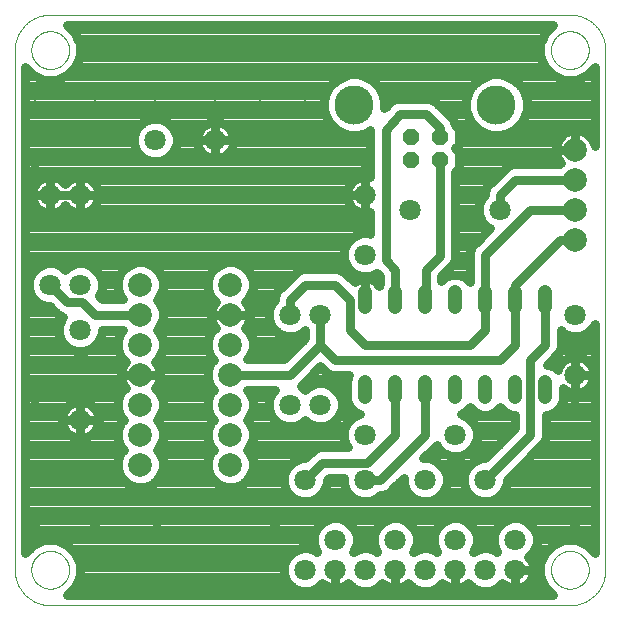
<source format=gbl>
G75*
%MOIN*%
%OFA0B0*%
%FSLAX25Y25*%
%IPPOS*%
%LPD*%
%AMOC8*
5,1,8,0,0,1.08239X$1,22.5*
%
%ADD10C,0.00000*%
%ADD11C,0.07087*%
%ADD12C,0.07874*%
%ADD13C,0.04800*%
%ADD14OC8,0.05610*%
%ADD15C,0.13055*%
%ADD16C,0.03150*%
%ADD17C,0.03150*%
D10*
X0005724Y0017535D02*
X0005724Y0190764D01*
X0011236Y0190764D02*
X0011238Y0190922D01*
X0011244Y0191080D01*
X0011254Y0191238D01*
X0011268Y0191396D01*
X0011286Y0191553D01*
X0011307Y0191710D01*
X0011333Y0191866D01*
X0011363Y0192022D01*
X0011396Y0192177D01*
X0011434Y0192330D01*
X0011475Y0192483D01*
X0011520Y0192635D01*
X0011569Y0192786D01*
X0011622Y0192935D01*
X0011678Y0193083D01*
X0011738Y0193229D01*
X0011802Y0193374D01*
X0011870Y0193517D01*
X0011941Y0193659D01*
X0012015Y0193799D01*
X0012093Y0193936D01*
X0012175Y0194072D01*
X0012259Y0194206D01*
X0012348Y0194337D01*
X0012439Y0194466D01*
X0012534Y0194593D01*
X0012631Y0194718D01*
X0012732Y0194840D01*
X0012836Y0194959D01*
X0012943Y0195076D01*
X0013053Y0195190D01*
X0013166Y0195301D01*
X0013281Y0195410D01*
X0013399Y0195515D01*
X0013520Y0195617D01*
X0013643Y0195717D01*
X0013769Y0195813D01*
X0013897Y0195906D01*
X0014027Y0195996D01*
X0014160Y0196082D01*
X0014295Y0196166D01*
X0014431Y0196245D01*
X0014570Y0196322D01*
X0014711Y0196394D01*
X0014853Y0196464D01*
X0014997Y0196529D01*
X0015143Y0196591D01*
X0015290Y0196649D01*
X0015439Y0196704D01*
X0015589Y0196755D01*
X0015740Y0196802D01*
X0015892Y0196845D01*
X0016045Y0196884D01*
X0016200Y0196920D01*
X0016355Y0196951D01*
X0016511Y0196979D01*
X0016667Y0197003D01*
X0016824Y0197023D01*
X0016982Y0197039D01*
X0017139Y0197051D01*
X0017298Y0197059D01*
X0017456Y0197063D01*
X0017614Y0197063D01*
X0017772Y0197059D01*
X0017931Y0197051D01*
X0018088Y0197039D01*
X0018246Y0197023D01*
X0018403Y0197003D01*
X0018559Y0196979D01*
X0018715Y0196951D01*
X0018870Y0196920D01*
X0019025Y0196884D01*
X0019178Y0196845D01*
X0019330Y0196802D01*
X0019481Y0196755D01*
X0019631Y0196704D01*
X0019780Y0196649D01*
X0019927Y0196591D01*
X0020073Y0196529D01*
X0020217Y0196464D01*
X0020359Y0196394D01*
X0020500Y0196322D01*
X0020639Y0196245D01*
X0020775Y0196166D01*
X0020910Y0196082D01*
X0021043Y0195996D01*
X0021173Y0195906D01*
X0021301Y0195813D01*
X0021427Y0195717D01*
X0021550Y0195617D01*
X0021671Y0195515D01*
X0021789Y0195410D01*
X0021904Y0195301D01*
X0022017Y0195190D01*
X0022127Y0195076D01*
X0022234Y0194959D01*
X0022338Y0194840D01*
X0022439Y0194718D01*
X0022536Y0194593D01*
X0022631Y0194466D01*
X0022722Y0194337D01*
X0022811Y0194206D01*
X0022895Y0194072D01*
X0022977Y0193936D01*
X0023055Y0193799D01*
X0023129Y0193659D01*
X0023200Y0193517D01*
X0023268Y0193374D01*
X0023332Y0193229D01*
X0023392Y0193083D01*
X0023448Y0192935D01*
X0023501Y0192786D01*
X0023550Y0192635D01*
X0023595Y0192483D01*
X0023636Y0192330D01*
X0023674Y0192177D01*
X0023707Y0192022D01*
X0023737Y0191866D01*
X0023763Y0191710D01*
X0023784Y0191553D01*
X0023802Y0191396D01*
X0023816Y0191238D01*
X0023826Y0191080D01*
X0023832Y0190922D01*
X0023834Y0190764D01*
X0023832Y0190606D01*
X0023826Y0190448D01*
X0023816Y0190290D01*
X0023802Y0190132D01*
X0023784Y0189975D01*
X0023763Y0189818D01*
X0023737Y0189662D01*
X0023707Y0189506D01*
X0023674Y0189351D01*
X0023636Y0189198D01*
X0023595Y0189045D01*
X0023550Y0188893D01*
X0023501Y0188742D01*
X0023448Y0188593D01*
X0023392Y0188445D01*
X0023332Y0188299D01*
X0023268Y0188154D01*
X0023200Y0188011D01*
X0023129Y0187869D01*
X0023055Y0187729D01*
X0022977Y0187592D01*
X0022895Y0187456D01*
X0022811Y0187322D01*
X0022722Y0187191D01*
X0022631Y0187062D01*
X0022536Y0186935D01*
X0022439Y0186810D01*
X0022338Y0186688D01*
X0022234Y0186569D01*
X0022127Y0186452D01*
X0022017Y0186338D01*
X0021904Y0186227D01*
X0021789Y0186118D01*
X0021671Y0186013D01*
X0021550Y0185911D01*
X0021427Y0185811D01*
X0021301Y0185715D01*
X0021173Y0185622D01*
X0021043Y0185532D01*
X0020910Y0185446D01*
X0020775Y0185362D01*
X0020639Y0185283D01*
X0020500Y0185206D01*
X0020359Y0185134D01*
X0020217Y0185064D01*
X0020073Y0184999D01*
X0019927Y0184937D01*
X0019780Y0184879D01*
X0019631Y0184824D01*
X0019481Y0184773D01*
X0019330Y0184726D01*
X0019178Y0184683D01*
X0019025Y0184644D01*
X0018870Y0184608D01*
X0018715Y0184577D01*
X0018559Y0184549D01*
X0018403Y0184525D01*
X0018246Y0184505D01*
X0018088Y0184489D01*
X0017931Y0184477D01*
X0017772Y0184469D01*
X0017614Y0184465D01*
X0017456Y0184465D01*
X0017298Y0184469D01*
X0017139Y0184477D01*
X0016982Y0184489D01*
X0016824Y0184505D01*
X0016667Y0184525D01*
X0016511Y0184549D01*
X0016355Y0184577D01*
X0016200Y0184608D01*
X0016045Y0184644D01*
X0015892Y0184683D01*
X0015740Y0184726D01*
X0015589Y0184773D01*
X0015439Y0184824D01*
X0015290Y0184879D01*
X0015143Y0184937D01*
X0014997Y0184999D01*
X0014853Y0185064D01*
X0014711Y0185134D01*
X0014570Y0185206D01*
X0014431Y0185283D01*
X0014295Y0185362D01*
X0014160Y0185446D01*
X0014027Y0185532D01*
X0013897Y0185622D01*
X0013769Y0185715D01*
X0013643Y0185811D01*
X0013520Y0185911D01*
X0013399Y0186013D01*
X0013281Y0186118D01*
X0013166Y0186227D01*
X0013053Y0186338D01*
X0012943Y0186452D01*
X0012836Y0186569D01*
X0012732Y0186688D01*
X0012631Y0186810D01*
X0012534Y0186935D01*
X0012439Y0187062D01*
X0012348Y0187191D01*
X0012259Y0187322D01*
X0012175Y0187456D01*
X0012093Y0187592D01*
X0012015Y0187729D01*
X0011941Y0187869D01*
X0011870Y0188011D01*
X0011802Y0188154D01*
X0011738Y0188299D01*
X0011678Y0188445D01*
X0011622Y0188593D01*
X0011569Y0188742D01*
X0011520Y0188893D01*
X0011475Y0189045D01*
X0011434Y0189198D01*
X0011396Y0189351D01*
X0011363Y0189506D01*
X0011333Y0189662D01*
X0011307Y0189818D01*
X0011286Y0189975D01*
X0011268Y0190132D01*
X0011254Y0190290D01*
X0011244Y0190448D01*
X0011238Y0190606D01*
X0011236Y0190764D01*
X0005724Y0190764D02*
X0005727Y0191049D01*
X0005738Y0191335D01*
X0005755Y0191620D01*
X0005779Y0191904D01*
X0005810Y0192188D01*
X0005848Y0192471D01*
X0005893Y0192752D01*
X0005944Y0193033D01*
X0006002Y0193313D01*
X0006067Y0193591D01*
X0006139Y0193867D01*
X0006217Y0194141D01*
X0006302Y0194414D01*
X0006394Y0194684D01*
X0006492Y0194952D01*
X0006596Y0195218D01*
X0006707Y0195481D01*
X0006824Y0195741D01*
X0006947Y0195999D01*
X0007077Y0196253D01*
X0007213Y0196504D01*
X0007354Y0196752D01*
X0007502Y0196996D01*
X0007655Y0197237D01*
X0007815Y0197473D01*
X0007980Y0197706D01*
X0008150Y0197935D01*
X0008326Y0198160D01*
X0008508Y0198380D01*
X0008694Y0198596D01*
X0008886Y0198807D01*
X0009083Y0199014D01*
X0009285Y0199216D01*
X0009492Y0199413D01*
X0009703Y0199605D01*
X0009919Y0199791D01*
X0010139Y0199973D01*
X0010364Y0200149D01*
X0010593Y0200319D01*
X0010826Y0200484D01*
X0011062Y0200644D01*
X0011303Y0200797D01*
X0011547Y0200945D01*
X0011795Y0201086D01*
X0012046Y0201222D01*
X0012300Y0201352D01*
X0012558Y0201475D01*
X0012818Y0201592D01*
X0013081Y0201703D01*
X0013347Y0201807D01*
X0013615Y0201905D01*
X0013885Y0201997D01*
X0014158Y0202082D01*
X0014432Y0202160D01*
X0014708Y0202232D01*
X0014986Y0202297D01*
X0015266Y0202355D01*
X0015547Y0202406D01*
X0015828Y0202451D01*
X0016111Y0202489D01*
X0016395Y0202520D01*
X0016679Y0202544D01*
X0016964Y0202561D01*
X0017250Y0202572D01*
X0017535Y0202575D01*
X0190764Y0202575D01*
X0184465Y0190764D02*
X0184467Y0190922D01*
X0184473Y0191080D01*
X0184483Y0191238D01*
X0184497Y0191396D01*
X0184515Y0191553D01*
X0184536Y0191710D01*
X0184562Y0191866D01*
X0184592Y0192022D01*
X0184625Y0192177D01*
X0184663Y0192330D01*
X0184704Y0192483D01*
X0184749Y0192635D01*
X0184798Y0192786D01*
X0184851Y0192935D01*
X0184907Y0193083D01*
X0184967Y0193229D01*
X0185031Y0193374D01*
X0185099Y0193517D01*
X0185170Y0193659D01*
X0185244Y0193799D01*
X0185322Y0193936D01*
X0185404Y0194072D01*
X0185488Y0194206D01*
X0185577Y0194337D01*
X0185668Y0194466D01*
X0185763Y0194593D01*
X0185860Y0194718D01*
X0185961Y0194840D01*
X0186065Y0194959D01*
X0186172Y0195076D01*
X0186282Y0195190D01*
X0186395Y0195301D01*
X0186510Y0195410D01*
X0186628Y0195515D01*
X0186749Y0195617D01*
X0186872Y0195717D01*
X0186998Y0195813D01*
X0187126Y0195906D01*
X0187256Y0195996D01*
X0187389Y0196082D01*
X0187524Y0196166D01*
X0187660Y0196245D01*
X0187799Y0196322D01*
X0187940Y0196394D01*
X0188082Y0196464D01*
X0188226Y0196529D01*
X0188372Y0196591D01*
X0188519Y0196649D01*
X0188668Y0196704D01*
X0188818Y0196755D01*
X0188969Y0196802D01*
X0189121Y0196845D01*
X0189274Y0196884D01*
X0189429Y0196920D01*
X0189584Y0196951D01*
X0189740Y0196979D01*
X0189896Y0197003D01*
X0190053Y0197023D01*
X0190211Y0197039D01*
X0190368Y0197051D01*
X0190527Y0197059D01*
X0190685Y0197063D01*
X0190843Y0197063D01*
X0191001Y0197059D01*
X0191160Y0197051D01*
X0191317Y0197039D01*
X0191475Y0197023D01*
X0191632Y0197003D01*
X0191788Y0196979D01*
X0191944Y0196951D01*
X0192099Y0196920D01*
X0192254Y0196884D01*
X0192407Y0196845D01*
X0192559Y0196802D01*
X0192710Y0196755D01*
X0192860Y0196704D01*
X0193009Y0196649D01*
X0193156Y0196591D01*
X0193302Y0196529D01*
X0193446Y0196464D01*
X0193588Y0196394D01*
X0193729Y0196322D01*
X0193868Y0196245D01*
X0194004Y0196166D01*
X0194139Y0196082D01*
X0194272Y0195996D01*
X0194402Y0195906D01*
X0194530Y0195813D01*
X0194656Y0195717D01*
X0194779Y0195617D01*
X0194900Y0195515D01*
X0195018Y0195410D01*
X0195133Y0195301D01*
X0195246Y0195190D01*
X0195356Y0195076D01*
X0195463Y0194959D01*
X0195567Y0194840D01*
X0195668Y0194718D01*
X0195765Y0194593D01*
X0195860Y0194466D01*
X0195951Y0194337D01*
X0196040Y0194206D01*
X0196124Y0194072D01*
X0196206Y0193936D01*
X0196284Y0193799D01*
X0196358Y0193659D01*
X0196429Y0193517D01*
X0196497Y0193374D01*
X0196561Y0193229D01*
X0196621Y0193083D01*
X0196677Y0192935D01*
X0196730Y0192786D01*
X0196779Y0192635D01*
X0196824Y0192483D01*
X0196865Y0192330D01*
X0196903Y0192177D01*
X0196936Y0192022D01*
X0196966Y0191866D01*
X0196992Y0191710D01*
X0197013Y0191553D01*
X0197031Y0191396D01*
X0197045Y0191238D01*
X0197055Y0191080D01*
X0197061Y0190922D01*
X0197063Y0190764D01*
X0197061Y0190606D01*
X0197055Y0190448D01*
X0197045Y0190290D01*
X0197031Y0190132D01*
X0197013Y0189975D01*
X0196992Y0189818D01*
X0196966Y0189662D01*
X0196936Y0189506D01*
X0196903Y0189351D01*
X0196865Y0189198D01*
X0196824Y0189045D01*
X0196779Y0188893D01*
X0196730Y0188742D01*
X0196677Y0188593D01*
X0196621Y0188445D01*
X0196561Y0188299D01*
X0196497Y0188154D01*
X0196429Y0188011D01*
X0196358Y0187869D01*
X0196284Y0187729D01*
X0196206Y0187592D01*
X0196124Y0187456D01*
X0196040Y0187322D01*
X0195951Y0187191D01*
X0195860Y0187062D01*
X0195765Y0186935D01*
X0195668Y0186810D01*
X0195567Y0186688D01*
X0195463Y0186569D01*
X0195356Y0186452D01*
X0195246Y0186338D01*
X0195133Y0186227D01*
X0195018Y0186118D01*
X0194900Y0186013D01*
X0194779Y0185911D01*
X0194656Y0185811D01*
X0194530Y0185715D01*
X0194402Y0185622D01*
X0194272Y0185532D01*
X0194139Y0185446D01*
X0194004Y0185362D01*
X0193868Y0185283D01*
X0193729Y0185206D01*
X0193588Y0185134D01*
X0193446Y0185064D01*
X0193302Y0184999D01*
X0193156Y0184937D01*
X0193009Y0184879D01*
X0192860Y0184824D01*
X0192710Y0184773D01*
X0192559Y0184726D01*
X0192407Y0184683D01*
X0192254Y0184644D01*
X0192099Y0184608D01*
X0191944Y0184577D01*
X0191788Y0184549D01*
X0191632Y0184525D01*
X0191475Y0184505D01*
X0191317Y0184489D01*
X0191160Y0184477D01*
X0191001Y0184469D01*
X0190843Y0184465D01*
X0190685Y0184465D01*
X0190527Y0184469D01*
X0190368Y0184477D01*
X0190211Y0184489D01*
X0190053Y0184505D01*
X0189896Y0184525D01*
X0189740Y0184549D01*
X0189584Y0184577D01*
X0189429Y0184608D01*
X0189274Y0184644D01*
X0189121Y0184683D01*
X0188969Y0184726D01*
X0188818Y0184773D01*
X0188668Y0184824D01*
X0188519Y0184879D01*
X0188372Y0184937D01*
X0188226Y0184999D01*
X0188082Y0185064D01*
X0187940Y0185134D01*
X0187799Y0185206D01*
X0187660Y0185283D01*
X0187524Y0185362D01*
X0187389Y0185446D01*
X0187256Y0185532D01*
X0187126Y0185622D01*
X0186998Y0185715D01*
X0186872Y0185811D01*
X0186749Y0185911D01*
X0186628Y0186013D01*
X0186510Y0186118D01*
X0186395Y0186227D01*
X0186282Y0186338D01*
X0186172Y0186452D01*
X0186065Y0186569D01*
X0185961Y0186688D01*
X0185860Y0186810D01*
X0185763Y0186935D01*
X0185668Y0187062D01*
X0185577Y0187191D01*
X0185488Y0187322D01*
X0185404Y0187456D01*
X0185322Y0187592D01*
X0185244Y0187729D01*
X0185170Y0187869D01*
X0185099Y0188011D01*
X0185031Y0188154D01*
X0184967Y0188299D01*
X0184907Y0188445D01*
X0184851Y0188593D01*
X0184798Y0188742D01*
X0184749Y0188893D01*
X0184704Y0189045D01*
X0184663Y0189198D01*
X0184625Y0189351D01*
X0184592Y0189506D01*
X0184562Y0189662D01*
X0184536Y0189818D01*
X0184515Y0189975D01*
X0184497Y0190132D01*
X0184483Y0190290D01*
X0184473Y0190448D01*
X0184467Y0190606D01*
X0184465Y0190764D01*
X0190764Y0202575D02*
X0191049Y0202572D01*
X0191335Y0202561D01*
X0191620Y0202544D01*
X0191904Y0202520D01*
X0192188Y0202489D01*
X0192471Y0202451D01*
X0192752Y0202406D01*
X0193033Y0202355D01*
X0193313Y0202297D01*
X0193591Y0202232D01*
X0193867Y0202160D01*
X0194141Y0202082D01*
X0194414Y0201997D01*
X0194684Y0201905D01*
X0194952Y0201807D01*
X0195218Y0201703D01*
X0195481Y0201592D01*
X0195741Y0201475D01*
X0195999Y0201352D01*
X0196253Y0201222D01*
X0196504Y0201086D01*
X0196752Y0200945D01*
X0196996Y0200797D01*
X0197237Y0200644D01*
X0197473Y0200484D01*
X0197706Y0200319D01*
X0197935Y0200149D01*
X0198160Y0199973D01*
X0198380Y0199791D01*
X0198596Y0199605D01*
X0198807Y0199413D01*
X0199014Y0199216D01*
X0199216Y0199014D01*
X0199413Y0198807D01*
X0199605Y0198596D01*
X0199791Y0198380D01*
X0199973Y0198160D01*
X0200149Y0197935D01*
X0200319Y0197706D01*
X0200484Y0197473D01*
X0200644Y0197237D01*
X0200797Y0196996D01*
X0200945Y0196752D01*
X0201086Y0196504D01*
X0201222Y0196253D01*
X0201352Y0195999D01*
X0201475Y0195741D01*
X0201592Y0195481D01*
X0201703Y0195218D01*
X0201807Y0194952D01*
X0201905Y0194684D01*
X0201997Y0194414D01*
X0202082Y0194141D01*
X0202160Y0193867D01*
X0202232Y0193591D01*
X0202297Y0193313D01*
X0202355Y0193033D01*
X0202406Y0192752D01*
X0202451Y0192471D01*
X0202489Y0192188D01*
X0202520Y0191904D01*
X0202544Y0191620D01*
X0202561Y0191335D01*
X0202572Y0191049D01*
X0202575Y0190764D01*
X0202575Y0017535D01*
X0184465Y0017535D02*
X0184467Y0017693D01*
X0184473Y0017851D01*
X0184483Y0018009D01*
X0184497Y0018167D01*
X0184515Y0018324D01*
X0184536Y0018481D01*
X0184562Y0018637D01*
X0184592Y0018793D01*
X0184625Y0018948D01*
X0184663Y0019101D01*
X0184704Y0019254D01*
X0184749Y0019406D01*
X0184798Y0019557D01*
X0184851Y0019706D01*
X0184907Y0019854D01*
X0184967Y0020000D01*
X0185031Y0020145D01*
X0185099Y0020288D01*
X0185170Y0020430D01*
X0185244Y0020570D01*
X0185322Y0020707D01*
X0185404Y0020843D01*
X0185488Y0020977D01*
X0185577Y0021108D01*
X0185668Y0021237D01*
X0185763Y0021364D01*
X0185860Y0021489D01*
X0185961Y0021611D01*
X0186065Y0021730D01*
X0186172Y0021847D01*
X0186282Y0021961D01*
X0186395Y0022072D01*
X0186510Y0022181D01*
X0186628Y0022286D01*
X0186749Y0022388D01*
X0186872Y0022488D01*
X0186998Y0022584D01*
X0187126Y0022677D01*
X0187256Y0022767D01*
X0187389Y0022853D01*
X0187524Y0022937D01*
X0187660Y0023016D01*
X0187799Y0023093D01*
X0187940Y0023165D01*
X0188082Y0023235D01*
X0188226Y0023300D01*
X0188372Y0023362D01*
X0188519Y0023420D01*
X0188668Y0023475D01*
X0188818Y0023526D01*
X0188969Y0023573D01*
X0189121Y0023616D01*
X0189274Y0023655D01*
X0189429Y0023691D01*
X0189584Y0023722D01*
X0189740Y0023750D01*
X0189896Y0023774D01*
X0190053Y0023794D01*
X0190211Y0023810D01*
X0190368Y0023822D01*
X0190527Y0023830D01*
X0190685Y0023834D01*
X0190843Y0023834D01*
X0191001Y0023830D01*
X0191160Y0023822D01*
X0191317Y0023810D01*
X0191475Y0023794D01*
X0191632Y0023774D01*
X0191788Y0023750D01*
X0191944Y0023722D01*
X0192099Y0023691D01*
X0192254Y0023655D01*
X0192407Y0023616D01*
X0192559Y0023573D01*
X0192710Y0023526D01*
X0192860Y0023475D01*
X0193009Y0023420D01*
X0193156Y0023362D01*
X0193302Y0023300D01*
X0193446Y0023235D01*
X0193588Y0023165D01*
X0193729Y0023093D01*
X0193868Y0023016D01*
X0194004Y0022937D01*
X0194139Y0022853D01*
X0194272Y0022767D01*
X0194402Y0022677D01*
X0194530Y0022584D01*
X0194656Y0022488D01*
X0194779Y0022388D01*
X0194900Y0022286D01*
X0195018Y0022181D01*
X0195133Y0022072D01*
X0195246Y0021961D01*
X0195356Y0021847D01*
X0195463Y0021730D01*
X0195567Y0021611D01*
X0195668Y0021489D01*
X0195765Y0021364D01*
X0195860Y0021237D01*
X0195951Y0021108D01*
X0196040Y0020977D01*
X0196124Y0020843D01*
X0196206Y0020707D01*
X0196284Y0020570D01*
X0196358Y0020430D01*
X0196429Y0020288D01*
X0196497Y0020145D01*
X0196561Y0020000D01*
X0196621Y0019854D01*
X0196677Y0019706D01*
X0196730Y0019557D01*
X0196779Y0019406D01*
X0196824Y0019254D01*
X0196865Y0019101D01*
X0196903Y0018948D01*
X0196936Y0018793D01*
X0196966Y0018637D01*
X0196992Y0018481D01*
X0197013Y0018324D01*
X0197031Y0018167D01*
X0197045Y0018009D01*
X0197055Y0017851D01*
X0197061Y0017693D01*
X0197063Y0017535D01*
X0197061Y0017377D01*
X0197055Y0017219D01*
X0197045Y0017061D01*
X0197031Y0016903D01*
X0197013Y0016746D01*
X0196992Y0016589D01*
X0196966Y0016433D01*
X0196936Y0016277D01*
X0196903Y0016122D01*
X0196865Y0015969D01*
X0196824Y0015816D01*
X0196779Y0015664D01*
X0196730Y0015513D01*
X0196677Y0015364D01*
X0196621Y0015216D01*
X0196561Y0015070D01*
X0196497Y0014925D01*
X0196429Y0014782D01*
X0196358Y0014640D01*
X0196284Y0014500D01*
X0196206Y0014363D01*
X0196124Y0014227D01*
X0196040Y0014093D01*
X0195951Y0013962D01*
X0195860Y0013833D01*
X0195765Y0013706D01*
X0195668Y0013581D01*
X0195567Y0013459D01*
X0195463Y0013340D01*
X0195356Y0013223D01*
X0195246Y0013109D01*
X0195133Y0012998D01*
X0195018Y0012889D01*
X0194900Y0012784D01*
X0194779Y0012682D01*
X0194656Y0012582D01*
X0194530Y0012486D01*
X0194402Y0012393D01*
X0194272Y0012303D01*
X0194139Y0012217D01*
X0194004Y0012133D01*
X0193868Y0012054D01*
X0193729Y0011977D01*
X0193588Y0011905D01*
X0193446Y0011835D01*
X0193302Y0011770D01*
X0193156Y0011708D01*
X0193009Y0011650D01*
X0192860Y0011595D01*
X0192710Y0011544D01*
X0192559Y0011497D01*
X0192407Y0011454D01*
X0192254Y0011415D01*
X0192099Y0011379D01*
X0191944Y0011348D01*
X0191788Y0011320D01*
X0191632Y0011296D01*
X0191475Y0011276D01*
X0191317Y0011260D01*
X0191160Y0011248D01*
X0191001Y0011240D01*
X0190843Y0011236D01*
X0190685Y0011236D01*
X0190527Y0011240D01*
X0190368Y0011248D01*
X0190211Y0011260D01*
X0190053Y0011276D01*
X0189896Y0011296D01*
X0189740Y0011320D01*
X0189584Y0011348D01*
X0189429Y0011379D01*
X0189274Y0011415D01*
X0189121Y0011454D01*
X0188969Y0011497D01*
X0188818Y0011544D01*
X0188668Y0011595D01*
X0188519Y0011650D01*
X0188372Y0011708D01*
X0188226Y0011770D01*
X0188082Y0011835D01*
X0187940Y0011905D01*
X0187799Y0011977D01*
X0187660Y0012054D01*
X0187524Y0012133D01*
X0187389Y0012217D01*
X0187256Y0012303D01*
X0187126Y0012393D01*
X0186998Y0012486D01*
X0186872Y0012582D01*
X0186749Y0012682D01*
X0186628Y0012784D01*
X0186510Y0012889D01*
X0186395Y0012998D01*
X0186282Y0013109D01*
X0186172Y0013223D01*
X0186065Y0013340D01*
X0185961Y0013459D01*
X0185860Y0013581D01*
X0185763Y0013706D01*
X0185668Y0013833D01*
X0185577Y0013962D01*
X0185488Y0014093D01*
X0185404Y0014227D01*
X0185322Y0014363D01*
X0185244Y0014500D01*
X0185170Y0014640D01*
X0185099Y0014782D01*
X0185031Y0014925D01*
X0184967Y0015070D01*
X0184907Y0015216D01*
X0184851Y0015364D01*
X0184798Y0015513D01*
X0184749Y0015664D01*
X0184704Y0015816D01*
X0184663Y0015969D01*
X0184625Y0016122D01*
X0184592Y0016277D01*
X0184562Y0016433D01*
X0184536Y0016589D01*
X0184515Y0016746D01*
X0184497Y0016903D01*
X0184483Y0017061D01*
X0184473Y0017219D01*
X0184467Y0017377D01*
X0184465Y0017535D01*
X0190764Y0005724D02*
X0191049Y0005727D01*
X0191335Y0005738D01*
X0191620Y0005755D01*
X0191904Y0005779D01*
X0192188Y0005810D01*
X0192471Y0005848D01*
X0192752Y0005893D01*
X0193033Y0005944D01*
X0193313Y0006002D01*
X0193591Y0006067D01*
X0193867Y0006139D01*
X0194141Y0006217D01*
X0194414Y0006302D01*
X0194684Y0006394D01*
X0194952Y0006492D01*
X0195218Y0006596D01*
X0195481Y0006707D01*
X0195741Y0006824D01*
X0195999Y0006947D01*
X0196253Y0007077D01*
X0196504Y0007213D01*
X0196752Y0007354D01*
X0196996Y0007502D01*
X0197237Y0007655D01*
X0197473Y0007815D01*
X0197706Y0007980D01*
X0197935Y0008150D01*
X0198160Y0008326D01*
X0198380Y0008508D01*
X0198596Y0008694D01*
X0198807Y0008886D01*
X0199014Y0009083D01*
X0199216Y0009285D01*
X0199413Y0009492D01*
X0199605Y0009703D01*
X0199791Y0009919D01*
X0199973Y0010139D01*
X0200149Y0010364D01*
X0200319Y0010593D01*
X0200484Y0010826D01*
X0200644Y0011062D01*
X0200797Y0011303D01*
X0200945Y0011547D01*
X0201086Y0011795D01*
X0201222Y0012046D01*
X0201352Y0012300D01*
X0201475Y0012558D01*
X0201592Y0012818D01*
X0201703Y0013081D01*
X0201807Y0013347D01*
X0201905Y0013615D01*
X0201997Y0013885D01*
X0202082Y0014158D01*
X0202160Y0014432D01*
X0202232Y0014708D01*
X0202297Y0014986D01*
X0202355Y0015266D01*
X0202406Y0015547D01*
X0202451Y0015828D01*
X0202489Y0016111D01*
X0202520Y0016395D01*
X0202544Y0016679D01*
X0202561Y0016964D01*
X0202572Y0017250D01*
X0202575Y0017535D01*
X0190764Y0005724D02*
X0017535Y0005724D01*
X0011236Y0017535D02*
X0011238Y0017693D01*
X0011244Y0017851D01*
X0011254Y0018009D01*
X0011268Y0018167D01*
X0011286Y0018324D01*
X0011307Y0018481D01*
X0011333Y0018637D01*
X0011363Y0018793D01*
X0011396Y0018948D01*
X0011434Y0019101D01*
X0011475Y0019254D01*
X0011520Y0019406D01*
X0011569Y0019557D01*
X0011622Y0019706D01*
X0011678Y0019854D01*
X0011738Y0020000D01*
X0011802Y0020145D01*
X0011870Y0020288D01*
X0011941Y0020430D01*
X0012015Y0020570D01*
X0012093Y0020707D01*
X0012175Y0020843D01*
X0012259Y0020977D01*
X0012348Y0021108D01*
X0012439Y0021237D01*
X0012534Y0021364D01*
X0012631Y0021489D01*
X0012732Y0021611D01*
X0012836Y0021730D01*
X0012943Y0021847D01*
X0013053Y0021961D01*
X0013166Y0022072D01*
X0013281Y0022181D01*
X0013399Y0022286D01*
X0013520Y0022388D01*
X0013643Y0022488D01*
X0013769Y0022584D01*
X0013897Y0022677D01*
X0014027Y0022767D01*
X0014160Y0022853D01*
X0014295Y0022937D01*
X0014431Y0023016D01*
X0014570Y0023093D01*
X0014711Y0023165D01*
X0014853Y0023235D01*
X0014997Y0023300D01*
X0015143Y0023362D01*
X0015290Y0023420D01*
X0015439Y0023475D01*
X0015589Y0023526D01*
X0015740Y0023573D01*
X0015892Y0023616D01*
X0016045Y0023655D01*
X0016200Y0023691D01*
X0016355Y0023722D01*
X0016511Y0023750D01*
X0016667Y0023774D01*
X0016824Y0023794D01*
X0016982Y0023810D01*
X0017139Y0023822D01*
X0017298Y0023830D01*
X0017456Y0023834D01*
X0017614Y0023834D01*
X0017772Y0023830D01*
X0017931Y0023822D01*
X0018088Y0023810D01*
X0018246Y0023794D01*
X0018403Y0023774D01*
X0018559Y0023750D01*
X0018715Y0023722D01*
X0018870Y0023691D01*
X0019025Y0023655D01*
X0019178Y0023616D01*
X0019330Y0023573D01*
X0019481Y0023526D01*
X0019631Y0023475D01*
X0019780Y0023420D01*
X0019927Y0023362D01*
X0020073Y0023300D01*
X0020217Y0023235D01*
X0020359Y0023165D01*
X0020500Y0023093D01*
X0020639Y0023016D01*
X0020775Y0022937D01*
X0020910Y0022853D01*
X0021043Y0022767D01*
X0021173Y0022677D01*
X0021301Y0022584D01*
X0021427Y0022488D01*
X0021550Y0022388D01*
X0021671Y0022286D01*
X0021789Y0022181D01*
X0021904Y0022072D01*
X0022017Y0021961D01*
X0022127Y0021847D01*
X0022234Y0021730D01*
X0022338Y0021611D01*
X0022439Y0021489D01*
X0022536Y0021364D01*
X0022631Y0021237D01*
X0022722Y0021108D01*
X0022811Y0020977D01*
X0022895Y0020843D01*
X0022977Y0020707D01*
X0023055Y0020570D01*
X0023129Y0020430D01*
X0023200Y0020288D01*
X0023268Y0020145D01*
X0023332Y0020000D01*
X0023392Y0019854D01*
X0023448Y0019706D01*
X0023501Y0019557D01*
X0023550Y0019406D01*
X0023595Y0019254D01*
X0023636Y0019101D01*
X0023674Y0018948D01*
X0023707Y0018793D01*
X0023737Y0018637D01*
X0023763Y0018481D01*
X0023784Y0018324D01*
X0023802Y0018167D01*
X0023816Y0018009D01*
X0023826Y0017851D01*
X0023832Y0017693D01*
X0023834Y0017535D01*
X0023832Y0017377D01*
X0023826Y0017219D01*
X0023816Y0017061D01*
X0023802Y0016903D01*
X0023784Y0016746D01*
X0023763Y0016589D01*
X0023737Y0016433D01*
X0023707Y0016277D01*
X0023674Y0016122D01*
X0023636Y0015969D01*
X0023595Y0015816D01*
X0023550Y0015664D01*
X0023501Y0015513D01*
X0023448Y0015364D01*
X0023392Y0015216D01*
X0023332Y0015070D01*
X0023268Y0014925D01*
X0023200Y0014782D01*
X0023129Y0014640D01*
X0023055Y0014500D01*
X0022977Y0014363D01*
X0022895Y0014227D01*
X0022811Y0014093D01*
X0022722Y0013962D01*
X0022631Y0013833D01*
X0022536Y0013706D01*
X0022439Y0013581D01*
X0022338Y0013459D01*
X0022234Y0013340D01*
X0022127Y0013223D01*
X0022017Y0013109D01*
X0021904Y0012998D01*
X0021789Y0012889D01*
X0021671Y0012784D01*
X0021550Y0012682D01*
X0021427Y0012582D01*
X0021301Y0012486D01*
X0021173Y0012393D01*
X0021043Y0012303D01*
X0020910Y0012217D01*
X0020775Y0012133D01*
X0020639Y0012054D01*
X0020500Y0011977D01*
X0020359Y0011905D01*
X0020217Y0011835D01*
X0020073Y0011770D01*
X0019927Y0011708D01*
X0019780Y0011650D01*
X0019631Y0011595D01*
X0019481Y0011544D01*
X0019330Y0011497D01*
X0019178Y0011454D01*
X0019025Y0011415D01*
X0018870Y0011379D01*
X0018715Y0011348D01*
X0018559Y0011320D01*
X0018403Y0011296D01*
X0018246Y0011276D01*
X0018088Y0011260D01*
X0017931Y0011248D01*
X0017772Y0011240D01*
X0017614Y0011236D01*
X0017456Y0011236D01*
X0017298Y0011240D01*
X0017139Y0011248D01*
X0016982Y0011260D01*
X0016824Y0011276D01*
X0016667Y0011296D01*
X0016511Y0011320D01*
X0016355Y0011348D01*
X0016200Y0011379D01*
X0016045Y0011415D01*
X0015892Y0011454D01*
X0015740Y0011497D01*
X0015589Y0011544D01*
X0015439Y0011595D01*
X0015290Y0011650D01*
X0015143Y0011708D01*
X0014997Y0011770D01*
X0014853Y0011835D01*
X0014711Y0011905D01*
X0014570Y0011977D01*
X0014431Y0012054D01*
X0014295Y0012133D01*
X0014160Y0012217D01*
X0014027Y0012303D01*
X0013897Y0012393D01*
X0013769Y0012486D01*
X0013643Y0012582D01*
X0013520Y0012682D01*
X0013399Y0012784D01*
X0013281Y0012889D01*
X0013166Y0012998D01*
X0013053Y0013109D01*
X0012943Y0013223D01*
X0012836Y0013340D01*
X0012732Y0013459D01*
X0012631Y0013581D01*
X0012534Y0013706D01*
X0012439Y0013833D01*
X0012348Y0013962D01*
X0012259Y0014093D01*
X0012175Y0014227D01*
X0012093Y0014363D01*
X0012015Y0014500D01*
X0011941Y0014640D01*
X0011870Y0014782D01*
X0011802Y0014925D01*
X0011738Y0015070D01*
X0011678Y0015216D01*
X0011622Y0015364D01*
X0011569Y0015513D01*
X0011520Y0015664D01*
X0011475Y0015816D01*
X0011434Y0015969D01*
X0011396Y0016122D01*
X0011363Y0016277D01*
X0011333Y0016433D01*
X0011307Y0016589D01*
X0011286Y0016746D01*
X0011268Y0016903D01*
X0011254Y0017061D01*
X0011244Y0017219D01*
X0011238Y0017377D01*
X0011236Y0017535D01*
X0005724Y0017535D02*
X0005727Y0017250D01*
X0005738Y0016964D01*
X0005755Y0016679D01*
X0005779Y0016395D01*
X0005810Y0016111D01*
X0005848Y0015828D01*
X0005893Y0015547D01*
X0005944Y0015266D01*
X0006002Y0014986D01*
X0006067Y0014708D01*
X0006139Y0014432D01*
X0006217Y0014158D01*
X0006302Y0013885D01*
X0006394Y0013615D01*
X0006492Y0013347D01*
X0006596Y0013081D01*
X0006707Y0012818D01*
X0006824Y0012558D01*
X0006947Y0012300D01*
X0007077Y0012046D01*
X0007213Y0011795D01*
X0007354Y0011547D01*
X0007502Y0011303D01*
X0007655Y0011062D01*
X0007815Y0010826D01*
X0007980Y0010593D01*
X0008150Y0010364D01*
X0008326Y0010139D01*
X0008508Y0009919D01*
X0008694Y0009703D01*
X0008886Y0009492D01*
X0009083Y0009285D01*
X0009285Y0009083D01*
X0009492Y0008886D01*
X0009703Y0008694D01*
X0009919Y0008508D01*
X0010139Y0008326D01*
X0010364Y0008150D01*
X0010593Y0007980D01*
X0010826Y0007815D01*
X0011062Y0007655D01*
X0011303Y0007502D01*
X0011547Y0007354D01*
X0011795Y0007213D01*
X0012046Y0007077D01*
X0012300Y0006947D01*
X0012558Y0006824D01*
X0012818Y0006707D01*
X0013081Y0006596D01*
X0013347Y0006492D01*
X0013615Y0006394D01*
X0013885Y0006302D01*
X0014158Y0006217D01*
X0014432Y0006139D01*
X0014708Y0006067D01*
X0014986Y0006002D01*
X0015266Y0005944D01*
X0015547Y0005893D01*
X0015828Y0005848D01*
X0016111Y0005810D01*
X0016395Y0005779D01*
X0016679Y0005755D01*
X0016964Y0005738D01*
X0017250Y0005727D01*
X0017535Y0005724D01*
D11*
X0027575Y0067575D03*
X0027575Y0097575D03*
X0027575Y0112575D03*
X0017575Y0112575D03*
X0017575Y0142575D03*
X0027575Y0142575D03*
X0052575Y0160724D03*
X0072575Y0160724D03*
X0122575Y0142575D03*
X0137575Y0137575D03*
X0122575Y0122575D03*
X0107575Y0102575D03*
X0097575Y0102575D03*
X0097575Y0072575D03*
X0107575Y0072575D03*
X0122575Y0062575D03*
X0122575Y0047575D03*
X0142575Y0047575D03*
X0152575Y0062575D03*
X0162575Y0047575D03*
X0172575Y0027575D03*
X0172575Y0017575D03*
X0162575Y0017575D03*
X0152575Y0017575D03*
X0152575Y0027575D03*
X0142575Y0017575D03*
X0132575Y0017575D03*
X0132575Y0027575D03*
X0122575Y0017575D03*
X0112575Y0017575D03*
X0112575Y0027575D03*
X0102575Y0017575D03*
X0102575Y0047575D03*
X0167575Y0137575D03*
X0192575Y0102575D03*
X0192575Y0082575D03*
D12*
X0192575Y0127575D03*
X0192575Y0137575D03*
X0192575Y0147575D03*
X0192575Y0157575D03*
X0077575Y0112575D03*
X0077575Y0102575D03*
X0077575Y0092575D03*
X0077575Y0082575D03*
X0077575Y0072575D03*
X0077575Y0062575D03*
X0077575Y0052575D03*
X0047575Y0052575D03*
X0047575Y0062575D03*
X0047575Y0072575D03*
X0047575Y0082575D03*
X0047575Y0092575D03*
X0047575Y0102575D03*
X0047575Y0112575D03*
D13*
X0122575Y0109975D02*
X0122575Y0105175D01*
X0132575Y0105175D02*
X0132575Y0109975D01*
X0142575Y0109975D02*
X0142575Y0105175D01*
X0152575Y0105175D02*
X0152575Y0109975D01*
X0162575Y0109975D02*
X0162575Y0105175D01*
X0172575Y0105175D02*
X0172575Y0109975D01*
X0182575Y0109975D02*
X0182575Y0105175D01*
X0182575Y0079975D02*
X0182575Y0075175D01*
X0172575Y0075175D02*
X0172575Y0079975D01*
X0162575Y0079975D02*
X0162575Y0075175D01*
X0152575Y0075175D02*
X0152575Y0079975D01*
X0142575Y0079975D02*
X0142575Y0075175D01*
X0132575Y0075175D02*
X0132575Y0079975D01*
X0122575Y0079975D02*
X0122575Y0075175D01*
D14*
X0137654Y0154031D03*
X0137654Y0161906D03*
X0147496Y0161906D03*
X0147496Y0154031D03*
D15*
X0166276Y0172575D03*
X0118874Y0172575D03*
D16*
X0124211Y0164027D02*
X0122761Y0163190D01*
X0120200Y0162504D01*
X0117548Y0162504D01*
X0114987Y0163190D01*
X0112690Y0164516D01*
X0110815Y0166391D01*
X0109489Y0168688D01*
X0108803Y0171249D01*
X0108803Y0173901D01*
X0109489Y0176462D01*
X0110815Y0178758D01*
X0112690Y0180633D01*
X0114987Y0181959D01*
X0117548Y0182646D01*
X0120200Y0182646D01*
X0122761Y0181959D01*
X0125058Y0180633D01*
X0126933Y0178758D01*
X0128259Y0176462D01*
X0128945Y0173901D01*
X0128945Y0171388D01*
X0129654Y0172216D01*
X0129732Y0172403D01*
X0130313Y0172984D01*
X0130847Y0173608D01*
X0131028Y0173699D01*
X0131172Y0173843D01*
X0131931Y0174157D01*
X0132663Y0174529D01*
X0132865Y0174544D01*
X0133053Y0174622D01*
X0133874Y0174622D01*
X0134693Y0174685D01*
X0134886Y0174622D01*
X0143750Y0174622D01*
X0145631Y0173843D01*
X0147071Y0172403D01*
X0147071Y0172403D01*
X0151835Y0167639D01*
X0152609Y0165771D01*
X0153844Y0164535D01*
X0153844Y0159276D01*
X0152537Y0157968D01*
X0153844Y0156661D01*
X0153844Y0151402D01*
X0152614Y0150172D01*
X0152614Y0121281D01*
X0151835Y0119400D01*
X0147850Y0115415D01*
X0147850Y0113655D01*
X0149208Y0115013D01*
X0151393Y0115918D01*
X0153757Y0115918D01*
X0155941Y0115013D01*
X0157457Y0113498D01*
X0157457Y0123593D01*
X0158236Y0125474D01*
X0159676Y0126914D01*
X0164104Y0131342D01*
X0163561Y0131567D01*
X0161567Y0133561D01*
X0160488Y0136165D01*
X0160488Y0138984D01*
X0161567Y0141589D01*
X0162457Y0142479D01*
X0162457Y0143593D01*
X0163236Y0145474D01*
X0164676Y0146914D01*
X0169676Y0151914D01*
X0171557Y0152693D01*
X0187114Y0152693D01*
X0187681Y0153260D01*
X0187668Y0153272D01*
X0187149Y0153949D01*
X0186722Y0154689D01*
X0186395Y0155477D01*
X0186174Y0156302D01*
X0186063Y0157148D01*
X0186063Y0157575D01*
X0192575Y0157575D01*
X0192575Y0157575D01*
X0192575Y0164087D01*
X0193002Y0164087D01*
X0193848Y0163975D01*
X0194672Y0163754D01*
X0195461Y0163428D01*
X0196200Y0163001D01*
X0196878Y0162481D01*
X0197481Y0161878D01*
X0198001Y0161200D01*
X0198428Y0160461D01*
X0198754Y0159672D01*
X0198975Y0158848D01*
X0199000Y0158659D01*
X0199000Y0185036D01*
X0196357Y0182393D01*
X0192728Y0180890D01*
X0188800Y0180890D01*
X0185171Y0182393D01*
X0182393Y0185171D01*
X0180890Y0188800D01*
X0180890Y0192728D01*
X0182393Y0196357D01*
X0185036Y0199000D01*
X0023263Y0199000D01*
X0025906Y0196357D01*
X0027409Y0192728D01*
X0027409Y0188800D01*
X0025906Y0185171D01*
X0023129Y0182393D01*
X0019499Y0180890D01*
X0015571Y0180890D01*
X0011942Y0182393D01*
X0009299Y0185036D01*
X0009299Y0023263D01*
X0011942Y0025906D01*
X0015571Y0027409D01*
X0019499Y0027409D01*
X0023129Y0025906D01*
X0025906Y0023129D01*
X0027409Y0019499D01*
X0027409Y0015571D01*
X0025906Y0011942D01*
X0023263Y0009299D01*
X0185036Y0009299D01*
X0182393Y0011942D01*
X0180890Y0015571D01*
X0180890Y0019499D01*
X0182393Y0023129D01*
X0185171Y0025906D01*
X0188800Y0027409D01*
X0192728Y0027409D01*
X0196357Y0025906D01*
X0199000Y0023263D01*
X0199000Y0099568D01*
X0198583Y0098561D01*
X0196589Y0096567D01*
X0193984Y0095488D01*
X0191165Y0095488D01*
X0188561Y0096567D01*
X0187693Y0097435D01*
X0187693Y0091557D01*
X0186914Y0089676D01*
X0183156Y0085918D01*
X0183757Y0085918D01*
X0185941Y0085013D01*
X0186691Y0084264D01*
X0186905Y0084923D01*
X0187342Y0085781D01*
X0187908Y0086560D01*
X0188589Y0087241D01*
X0189368Y0087807D01*
X0190226Y0088245D01*
X0191142Y0088542D01*
X0192093Y0088693D01*
X0192575Y0088693D01*
X0192575Y0082575D01*
X0192575Y0082575D01*
X0198693Y0082575D01*
X0198693Y0083056D01*
X0198542Y0084007D01*
X0198245Y0084923D01*
X0197807Y0085781D01*
X0197241Y0086560D01*
X0196560Y0087241D01*
X0195781Y0087807D01*
X0194923Y0088245D01*
X0194007Y0088542D01*
X0193056Y0088693D01*
X0192575Y0088693D01*
X0192575Y0082575D01*
X0192575Y0082575D01*
X0198693Y0082575D01*
X0198693Y0082093D01*
X0198542Y0081142D01*
X0198245Y0080226D01*
X0197807Y0079368D01*
X0197241Y0078589D01*
X0196560Y0077908D01*
X0195781Y0077342D01*
X0194923Y0076905D01*
X0194007Y0076607D01*
X0193056Y0076457D01*
X0192575Y0076457D01*
X0192575Y0082575D01*
X0192575Y0082575D01*
X0192575Y0076457D01*
X0192093Y0076457D01*
X0191142Y0076607D01*
X0190226Y0076905D01*
X0189368Y0077342D01*
X0188589Y0077908D01*
X0188518Y0077979D01*
X0188518Y0073993D01*
X0187613Y0071808D01*
X0185941Y0070136D01*
X0183757Y0069231D01*
X0182693Y0069231D01*
X0182693Y0061557D01*
X0181914Y0059676D01*
X0169661Y0047423D01*
X0169661Y0046165D01*
X0168583Y0043561D01*
X0166589Y0041567D01*
X0163984Y0040488D01*
X0161165Y0040488D01*
X0158561Y0041567D01*
X0156567Y0043561D01*
X0155488Y0046165D01*
X0155488Y0048984D01*
X0156567Y0051589D01*
X0158561Y0053583D01*
X0161165Y0054661D01*
X0162423Y0054661D01*
X0172457Y0064695D01*
X0172457Y0069231D01*
X0171393Y0069231D01*
X0169208Y0070136D01*
X0167575Y0071770D01*
X0165941Y0070136D01*
X0163757Y0069231D01*
X0161393Y0069231D01*
X0159208Y0070136D01*
X0157575Y0071770D01*
X0155941Y0070136D01*
X0154390Y0069494D01*
X0156589Y0068583D01*
X0158583Y0066589D01*
X0159661Y0063984D01*
X0159661Y0061165D01*
X0158583Y0058561D01*
X0156589Y0056567D01*
X0153984Y0055488D01*
X0151165Y0055488D01*
X0148561Y0056567D01*
X0146567Y0058561D01*
X0146342Y0059104D01*
X0141899Y0054661D01*
X0143984Y0054661D01*
X0146589Y0053583D01*
X0148583Y0051589D01*
X0149661Y0048984D01*
X0149661Y0046165D01*
X0148583Y0043561D01*
X0146589Y0041567D01*
X0143984Y0040488D01*
X0141165Y0040488D01*
X0138561Y0041567D01*
X0136567Y0043561D01*
X0135488Y0046165D01*
X0135488Y0048250D01*
X0131914Y0044676D01*
X0130474Y0043236D01*
X0128593Y0042457D01*
X0127479Y0042457D01*
X0126589Y0041567D01*
X0123984Y0040488D01*
X0121165Y0040488D01*
X0118561Y0041567D01*
X0116567Y0043561D01*
X0115488Y0046165D01*
X0115488Y0048175D01*
X0110413Y0048175D01*
X0109661Y0047423D01*
X0109661Y0046165D01*
X0108583Y0043561D01*
X0106589Y0041567D01*
X0103984Y0040488D01*
X0101165Y0040488D01*
X0098561Y0041567D01*
X0096567Y0043561D01*
X0095488Y0046165D01*
X0095488Y0048984D01*
X0096567Y0051589D01*
X0098561Y0053583D01*
X0101165Y0054661D01*
X0102423Y0054661D01*
X0105394Y0057632D01*
X0107275Y0058411D01*
X0116717Y0058411D01*
X0116567Y0058561D01*
X0115488Y0061165D01*
X0115488Y0063984D01*
X0116567Y0066589D01*
X0118561Y0068583D01*
X0120760Y0069494D01*
X0119208Y0070136D01*
X0117536Y0071808D01*
X0116631Y0073993D01*
X0116631Y0081157D01*
X0117170Y0082457D01*
X0111557Y0082457D01*
X0109676Y0083236D01*
X0107575Y0085337D01*
X0101046Y0078808D01*
X0101589Y0078583D01*
X0102575Y0077597D01*
X0103561Y0078583D01*
X0106165Y0079661D01*
X0108984Y0079661D01*
X0111589Y0078583D01*
X0113583Y0076589D01*
X0114661Y0073984D01*
X0114661Y0071165D01*
X0113583Y0068561D01*
X0111589Y0066567D01*
X0108984Y0065488D01*
X0106165Y0065488D01*
X0103561Y0066567D01*
X0102575Y0067553D01*
X0101589Y0066567D01*
X0098984Y0065488D01*
X0096165Y0065488D01*
X0093561Y0066567D01*
X0091567Y0068561D01*
X0090488Y0071165D01*
X0090488Y0073984D01*
X0091567Y0076589D01*
X0092435Y0077457D01*
X0083272Y0077457D01*
X0083916Y0076812D01*
X0085055Y0074063D01*
X0085055Y0071087D01*
X0083916Y0068338D01*
X0083154Y0067575D01*
X0083916Y0066812D01*
X0085055Y0064063D01*
X0085055Y0061087D01*
X0083916Y0058338D01*
X0083154Y0057575D01*
X0083916Y0056812D01*
X0085055Y0054063D01*
X0085055Y0051087D01*
X0083916Y0048338D01*
X0081812Y0046233D01*
X0079063Y0045094D01*
X0076087Y0045094D01*
X0073338Y0046233D01*
X0071233Y0048338D01*
X0070094Y0051087D01*
X0070094Y0054063D01*
X0071233Y0056812D01*
X0071996Y0057575D01*
X0071233Y0058338D01*
X0070094Y0061087D01*
X0070094Y0064063D01*
X0071233Y0066812D01*
X0071996Y0067575D01*
X0071233Y0068338D01*
X0070094Y0071087D01*
X0070094Y0074063D01*
X0071233Y0076812D01*
X0071996Y0077575D01*
X0071233Y0078338D01*
X0070094Y0081087D01*
X0070094Y0084063D01*
X0071233Y0086812D01*
X0071996Y0087575D01*
X0071233Y0088338D01*
X0070094Y0091087D01*
X0070094Y0094063D01*
X0071233Y0096812D01*
X0072681Y0098260D01*
X0072668Y0098272D01*
X0072149Y0098949D01*
X0071722Y0099689D01*
X0071395Y0100477D01*
X0071174Y0101302D01*
X0071063Y0102148D01*
X0071063Y0102575D01*
X0077575Y0102575D01*
X0084087Y0102575D01*
X0084087Y0103002D01*
X0083975Y0103848D01*
X0083754Y0104672D01*
X0083428Y0105461D01*
X0083001Y0106200D01*
X0082481Y0106878D01*
X0082469Y0106890D01*
X0083916Y0108338D01*
X0085055Y0111087D01*
X0085055Y0114063D01*
X0083916Y0116812D01*
X0081812Y0118916D01*
X0079063Y0120055D01*
X0076087Y0120055D01*
X0073338Y0118916D01*
X0071233Y0116812D01*
X0070094Y0114063D01*
X0070094Y0111087D01*
X0071233Y0108338D01*
X0072681Y0106890D01*
X0072668Y0106878D01*
X0072149Y0106200D01*
X0071722Y0105461D01*
X0071395Y0104672D01*
X0071174Y0103848D01*
X0071063Y0103002D01*
X0071063Y0102575D01*
X0077575Y0102575D01*
X0077575Y0102575D01*
X0084087Y0102575D01*
X0084087Y0102148D01*
X0083975Y0101302D01*
X0083754Y0100477D01*
X0083428Y0099689D01*
X0083001Y0098949D01*
X0082481Y0098272D01*
X0082469Y0098260D01*
X0083916Y0096812D01*
X0085055Y0094063D01*
X0085055Y0091087D01*
X0083916Y0088338D01*
X0083272Y0087693D01*
X0095455Y0087693D01*
X0102457Y0094695D01*
X0102457Y0097435D01*
X0101589Y0096567D01*
X0098984Y0095488D01*
X0096165Y0095488D01*
X0093561Y0096567D01*
X0091567Y0098561D01*
X0090488Y0101165D01*
X0090488Y0103984D01*
X0091567Y0106589D01*
X0092457Y0107479D01*
X0092457Y0108593D01*
X0093236Y0110474D01*
X0094676Y0111914D01*
X0099676Y0116914D01*
X0101557Y0117693D01*
X0113593Y0117693D01*
X0115474Y0116914D01*
X0116914Y0115474D01*
X0118976Y0113412D01*
X0119334Y0113769D01*
X0119967Y0114230D01*
X0120665Y0114585D01*
X0121410Y0114827D01*
X0122183Y0114950D01*
X0122575Y0114950D01*
X0122575Y0108878D01*
X0122575Y0108878D01*
X0122575Y0114950D01*
X0122966Y0114950D01*
X0123740Y0114827D01*
X0124484Y0114585D01*
X0125182Y0114230D01*
X0125816Y0113769D01*
X0126369Y0113216D01*
X0126830Y0112582D01*
X0127046Y0112158D01*
X0127378Y0112959D01*
X0127378Y0115415D01*
X0126333Y0116461D01*
X0123984Y0115488D01*
X0121165Y0115488D01*
X0118561Y0116567D01*
X0116567Y0118561D01*
X0115488Y0121165D01*
X0115488Y0123984D01*
X0116567Y0126589D01*
X0118561Y0128583D01*
X0121165Y0129661D01*
X0123984Y0129661D01*
X0124228Y0129560D01*
X0124228Y0136679D01*
X0124007Y0136607D01*
X0123056Y0136457D01*
X0122575Y0136457D01*
X0122575Y0142575D01*
X0122575Y0142575D01*
X0122575Y0148693D01*
X0123056Y0148693D01*
X0124007Y0148542D01*
X0124228Y0148470D01*
X0124228Y0163796D01*
X0124211Y0164027D01*
X0124228Y0163130D02*
X0122537Y0163130D01*
X0124228Y0159982D02*
X0078652Y0159982D01*
X0078693Y0160243D02*
X0078693Y0160724D01*
X0072575Y0160724D01*
X0072575Y0154606D01*
X0073056Y0154606D01*
X0074007Y0154757D01*
X0074923Y0155055D01*
X0075781Y0155492D01*
X0076560Y0156058D01*
X0077241Y0156739D01*
X0077807Y0157518D01*
X0078245Y0158376D01*
X0078542Y0159292D01*
X0078693Y0160243D01*
X0078693Y0160724D02*
X0078693Y0161206D01*
X0078542Y0162157D01*
X0078245Y0163073D01*
X0077807Y0163931D01*
X0077241Y0164710D01*
X0076560Y0165391D01*
X0075781Y0165957D01*
X0074923Y0166394D01*
X0074007Y0166692D01*
X0073056Y0166843D01*
X0072575Y0166843D01*
X0072575Y0160725D01*
X0072575Y0160725D01*
X0072575Y0166843D01*
X0072093Y0166843D01*
X0071142Y0166692D01*
X0070226Y0166394D01*
X0069368Y0165957D01*
X0068589Y0165391D01*
X0067908Y0164710D01*
X0067342Y0163931D01*
X0066905Y0163073D01*
X0066607Y0162157D01*
X0066457Y0161206D01*
X0066457Y0160724D01*
X0066457Y0160243D01*
X0066607Y0159292D01*
X0066905Y0158376D01*
X0067342Y0157518D01*
X0067908Y0156739D01*
X0068589Y0156058D01*
X0069368Y0155492D01*
X0070226Y0155055D01*
X0071142Y0154757D01*
X0072093Y0154606D01*
X0072575Y0154606D01*
X0072575Y0160724D01*
X0072575Y0160724D01*
X0072575Y0160724D01*
X0078693Y0160724D01*
X0078215Y0163130D02*
X0115211Y0163130D01*
X0110928Y0166278D02*
X0075151Y0166278D01*
X0072575Y0166278D02*
X0072575Y0166278D01*
X0069999Y0166278D02*
X0057043Y0166278D01*
X0056589Y0166732D02*
X0058583Y0164739D01*
X0059661Y0162134D01*
X0059661Y0159315D01*
X0058583Y0156710D01*
X0056589Y0154717D01*
X0053984Y0153638D01*
X0051165Y0153638D01*
X0048561Y0154717D01*
X0046567Y0156710D01*
X0045488Y0159315D01*
X0045488Y0162134D01*
X0046567Y0164739D01*
X0048561Y0166732D01*
X0051165Y0167811D01*
X0053984Y0167811D01*
X0056589Y0166732D01*
X0059249Y0163130D02*
X0066934Y0163130D01*
X0066457Y0160724D02*
X0072575Y0160724D01*
X0066457Y0160724D01*
X0066498Y0159982D02*
X0059661Y0159982D01*
X0058634Y0156834D02*
X0067839Y0156834D01*
X0072575Y0156834D02*
X0072575Y0156834D01*
X0072575Y0159982D02*
X0072575Y0159982D01*
X0072575Y0160724D02*
X0072575Y0160724D01*
X0072575Y0163130D02*
X0072575Y0163130D01*
X0077311Y0156834D02*
X0124228Y0156834D01*
X0124228Y0153686D02*
X0054101Y0153686D01*
X0051049Y0153686D02*
X0009299Y0153686D01*
X0009299Y0150538D02*
X0124228Y0150538D01*
X0122575Y0148693D02*
X0122093Y0148693D01*
X0121142Y0148542D01*
X0120226Y0148245D01*
X0119368Y0147807D01*
X0118589Y0147241D01*
X0117908Y0146560D01*
X0117342Y0145781D01*
X0116905Y0144923D01*
X0116607Y0144007D01*
X0116457Y0143056D01*
X0116457Y0142575D01*
X0122575Y0142575D01*
X0122575Y0148693D01*
X0122575Y0147390D02*
X0122575Y0147390D01*
X0122575Y0144242D02*
X0122575Y0144242D01*
X0122575Y0142575D02*
X0122575Y0142575D01*
X0122575Y0142575D01*
X0122575Y0136457D01*
X0122093Y0136457D01*
X0121142Y0136607D01*
X0120226Y0136905D01*
X0119368Y0137342D01*
X0118589Y0137908D01*
X0117908Y0138589D01*
X0117342Y0139368D01*
X0116905Y0140226D01*
X0116607Y0141142D01*
X0116457Y0142093D01*
X0116457Y0142575D01*
X0122575Y0142575D01*
X0122575Y0141093D02*
X0122575Y0141093D01*
X0122575Y0137945D02*
X0122575Y0137945D01*
X0124228Y0134797D02*
X0009299Y0134797D01*
X0009299Y0131649D02*
X0124228Y0131649D01*
X0118479Y0128501D02*
X0009299Y0128501D01*
X0009299Y0125353D02*
X0116055Y0125353D01*
X0115488Y0122205D02*
X0009299Y0122205D01*
X0009299Y0119057D02*
X0014705Y0119057D01*
X0013561Y0118583D02*
X0011567Y0116589D01*
X0010488Y0113984D01*
X0010488Y0111165D01*
X0011567Y0108561D01*
X0013561Y0106567D01*
X0016165Y0105488D01*
X0017423Y0105488D01*
X0018954Y0103958D01*
X0018954Y0103958D01*
X0020394Y0102518D01*
X0021880Y0101902D01*
X0021567Y0101589D01*
X0020488Y0098984D01*
X0020488Y0096165D01*
X0021567Y0093561D01*
X0023561Y0091567D01*
X0026165Y0090488D01*
X0028984Y0090488D01*
X0031589Y0091567D01*
X0033583Y0093561D01*
X0034661Y0096165D01*
X0034661Y0097457D01*
X0041878Y0097457D01*
X0041233Y0096812D01*
X0040094Y0094063D01*
X0040094Y0091087D01*
X0041233Y0088338D01*
X0042681Y0086890D01*
X0042668Y0086878D01*
X0042149Y0086200D01*
X0041722Y0085461D01*
X0041395Y0084672D01*
X0041174Y0083848D01*
X0041063Y0083002D01*
X0041063Y0082575D01*
X0047575Y0082575D01*
X0054087Y0082575D01*
X0054087Y0083002D01*
X0053975Y0083848D01*
X0053754Y0084672D01*
X0053428Y0085461D01*
X0053001Y0086200D01*
X0052481Y0086878D01*
X0052469Y0086890D01*
X0053916Y0088338D01*
X0055055Y0091087D01*
X0055055Y0094063D01*
X0053916Y0096812D01*
X0053154Y0097575D01*
X0053916Y0098338D01*
X0055055Y0101087D01*
X0055055Y0104063D01*
X0053916Y0106812D01*
X0053154Y0107575D01*
X0053916Y0108338D01*
X0055055Y0111087D01*
X0055055Y0114063D01*
X0053916Y0116812D01*
X0051812Y0118916D01*
X0049063Y0120055D01*
X0046087Y0120055D01*
X0043338Y0118916D01*
X0041233Y0116812D01*
X0040094Y0114063D01*
X0040094Y0111087D01*
X0041233Y0108338D01*
X0041878Y0107693D01*
X0034695Y0107693D01*
X0033654Y0108734D01*
X0034661Y0111165D01*
X0034661Y0113984D01*
X0033583Y0116589D01*
X0031589Y0118583D01*
X0028984Y0119661D01*
X0026165Y0119661D01*
X0023561Y0118583D01*
X0022575Y0117597D01*
X0021589Y0118583D01*
X0018984Y0119661D01*
X0016165Y0119661D01*
X0013561Y0118583D01*
X0011285Y0115909D02*
X0009299Y0115909D01*
X0009299Y0112760D02*
X0010488Y0112760D01*
X0011131Y0109612D02*
X0009299Y0109612D01*
X0009299Y0106464D02*
X0013809Y0106464D01*
X0009299Y0103316D02*
X0019595Y0103316D01*
X0020978Y0100168D02*
X0009299Y0100168D01*
X0009299Y0097020D02*
X0020488Y0097020D01*
X0021438Y0093872D02*
X0009299Y0093872D01*
X0009299Y0090724D02*
X0025597Y0090724D01*
X0029553Y0090724D02*
X0040245Y0090724D01*
X0040094Y0093872D02*
X0033711Y0093872D01*
X0034661Y0097020D02*
X0041441Y0097020D01*
X0047575Y0102575D02*
X0032575Y0102575D01*
X0028293Y0106857D01*
X0023293Y0106857D01*
X0017575Y0112575D01*
X0020444Y0119057D02*
X0024705Y0119057D01*
X0030444Y0119057D02*
X0043676Y0119057D01*
X0040859Y0115909D02*
X0033864Y0115909D01*
X0034661Y0112760D02*
X0040094Y0112760D01*
X0040705Y0109612D02*
X0034018Y0109612D01*
X0051473Y0119057D02*
X0073676Y0119057D01*
X0070859Y0115909D02*
X0054291Y0115909D01*
X0055055Y0112760D02*
X0070094Y0112760D01*
X0070705Y0109612D02*
X0054444Y0109612D01*
X0054060Y0106464D02*
X0072351Y0106464D01*
X0071104Y0103316D02*
X0055055Y0103316D01*
X0054674Y0100168D02*
X0071523Y0100168D01*
X0071441Y0097020D02*
X0053709Y0097020D01*
X0055055Y0093872D02*
X0070094Y0093872D01*
X0070245Y0090724D02*
X0054905Y0090724D01*
X0053154Y0087575D02*
X0071995Y0087575D01*
X0070246Y0084427D02*
X0053820Y0084427D01*
X0054087Y0082575D02*
X0047575Y0082575D01*
X0047575Y0082575D01*
X0047575Y0082575D01*
X0041063Y0082575D01*
X0041063Y0082148D01*
X0041174Y0081302D01*
X0041395Y0080477D01*
X0041722Y0079689D01*
X0042149Y0078949D01*
X0042668Y0078272D01*
X0042681Y0078260D01*
X0041233Y0076812D01*
X0040094Y0074063D01*
X0040094Y0071087D01*
X0041233Y0068338D01*
X0041996Y0067575D01*
X0041233Y0066812D01*
X0040094Y0064063D01*
X0040094Y0061087D01*
X0041233Y0058338D01*
X0041996Y0057575D01*
X0041233Y0056812D01*
X0040094Y0054063D01*
X0040094Y0051087D01*
X0041233Y0048338D01*
X0043338Y0046233D01*
X0046087Y0045094D01*
X0049063Y0045094D01*
X0051812Y0046233D01*
X0053916Y0048338D01*
X0055055Y0051087D01*
X0055055Y0054063D01*
X0053916Y0056812D01*
X0053154Y0057575D01*
X0053916Y0058338D01*
X0055055Y0061087D01*
X0055055Y0064063D01*
X0053916Y0066812D01*
X0053154Y0067575D01*
X0053916Y0068338D01*
X0055055Y0071087D01*
X0055055Y0074063D01*
X0053916Y0076812D01*
X0052469Y0078260D01*
X0052481Y0078272D01*
X0053001Y0078949D01*
X0053428Y0079689D01*
X0053754Y0080477D01*
X0053975Y0081302D01*
X0054087Y0082148D01*
X0054087Y0082575D01*
X0053969Y0081279D02*
X0070094Y0081279D01*
X0071440Y0078131D02*
X0052597Y0078131D01*
X0054674Y0074983D02*
X0070476Y0074983D01*
X0070094Y0071835D02*
X0055055Y0071835D01*
X0054061Y0068687D02*
X0071089Y0068687D01*
X0070706Y0065539D02*
X0054444Y0065539D01*
X0055055Y0062391D02*
X0070094Y0062391D01*
X0070858Y0059242D02*
X0054291Y0059242D01*
X0054214Y0056094D02*
X0070936Y0056094D01*
X0070094Y0052946D02*
X0055055Y0052946D01*
X0054521Y0049798D02*
X0070628Y0049798D01*
X0072921Y0046650D02*
X0052229Y0046650D01*
X0042921Y0046650D02*
X0009299Y0046650D01*
X0009299Y0043502D02*
X0096626Y0043502D01*
X0095488Y0046650D02*
X0082229Y0046650D01*
X0084521Y0049798D02*
X0095825Y0049798D01*
X0097924Y0052946D02*
X0085055Y0052946D01*
X0084214Y0056094D02*
X0103856Y0056094D01*
X0108293Y0053293D02*
X0102575Y0047575D01*
X0108524Y0043502D02*
X0116626Y0043502D01*
X0115488Y0046650D02*
X0109661Y0046650D01*
X0108293Y0053293D02*
X0123293Y0053293D01*
X0132575Y0062575D01*
X0132575Y0077575D01*
X0142575Y0077575D02*
X0142575Y0062575D01*
X0127575Y0047575D01*
X0122575Y0047575D01*
X0130740Y0043502D02*
X0136626Y0043502D01*
X0135488Y0046650D02*
X0133888Y0046650D01*
X0133984Y0034661D02*
X0131165Y0034661D01*
X0128561Y0033583D01*
X0126567Y0031589D01*
X0125488Y0028984D01*
X0125488Y0026165D01*
X0126552Y0023598D01*
X0123984Y0024661D01*
X0121165Y0024661D01*
X0118598Y0023598D01*
X0119661Y0026165D01*
X0119661Y0028984D01*
X0118583Y0031589D01*
X0116589Y0033583D01*
X0113984Y0034661D01*
X0111165Y0034661D01*
X0108561Y0033583D01*
X0106567Y0031589D01*
X0105488Y0028984D01*
X0105488Y0026165D01*
X0106552Y0023598D01*
X0103984Y0024661D01*
X0101165Y0024661D01*
X0098561Y0023583D01*
X0096567Y0021589D01*
X0095488Y0018984D01*
X0095488Y0016165D01*
X0096567Y0013561D01*
X0098561Y0011567D01*
X0101165Y0010488D01*
X0103984Y0010488D01*
X0106589Y0011567D01*
X0108260Y0013238D01*
X0108589Y0012908D01*
X0109368Y0012342D01*
X0110226Y0011905D01*
X0111142Y0011607D01*
X0112093Y0011457D01*
X0112575Y0011457D01*
X0113056Y0011457D01*
X0114007Y0011607D01*
X0114923Y0011905D01*
X0115781Y0012342D01*
X0116560Y0012908D01*
X0116890Y0013238D01*
X0118561Y0011567D01*
X0121165Y0010488D01*
X0123984Y0010488D01*
X0126589Y0011567D01*
X0128260Y0013238D01*
X0128589Y0012908D01*
X0129368Y0012342D01*
X0130226Y0011905D01*
X0131142Y0011607D01*
X0132093Y0011457D01*
X0132575Y0011457D01*
X0133056Y0011457D01*
X0134007Y0011607D01*
X0134923Y0011905D01*
X0135781Y0012342D01*
X0136560Y0012908D01*
X0136890Y0013238D01*
X0138561Y0011567D01*
X0141165Y0010488D01*
X0143984Y0010488D01*
X0146589Y0011567D01*
X0148260Y0013238D01*
X0148589Y0012908D01*
X0149368Y0012342D01*
X0150226Y0011905D01*
X0151142Y0011607D01*
X0152093Y0011457D01*
X0152575Y0011457D01*
X0153056Y0011457D01*
X0154007Y0011607D01*
X0154923Y0011905D01*
X0155781Y0012342D01*
X0156560Y0012908D01*
X0156890Y0013238D01*
X0158561Y0011567D01*
X0161165Y0010488D01*
X0163984Y0010488D01*
X0166589Y0011567D01*
X0168260Y0013238D01*
X0168589Y0012908D01*
X0169368Y0012342D01*
X0170226Y0011905D01*
X0171142Y0011607D01*
X0172093Y0011457D01*
X0172575Y0011457D01*
X0173056Y0011457D01*
X0174007Y0011607D01*
X0174923Y0011905D01*
X0175781Y0012342D01*
X0176560Y0012908D01*
X0177241Y0013589D01*
X0177807Y0014368D01*
X0178245Y0015226D01*
X0178542Y0016142D01*
X0178693Y0017093D01*
X0178693Y0017575D01*
X0178693Y0018056D01*
X0178542Y0019007D01*
X0178245Y0019923D01*
X0177807Y0020781D01*
X0177241Y0021560D01*
X0176912Y0021890D01*
X0178583Y0023561D01*
X0179661Y0026165D01*
X0179661Y0028984D01*
X0178583Y0031589D01*
X0176589Y0033583D01*
X0173984Y0034661D01*
X0171165Y0034661D01*
X0168561Y0033583D01*
X0166567Y0031589D01*
X0165488Y0028984D01*
X0165488Y0026165D01*
X0166552Y0023598D01*
X0163984Y0024661D01*
X0161165Y0024661D01*
X0158598Y0023598D01*
X0159661Y0026165D01*
X0159661Y0028984D01*
X0158583Y0031589D01*
X0156589Y0033583D01*
X0153984Y0034661D01*
X0151165Y0034661D01*
X0148561Y0033583D01*
X0146567Y0031589D01*
X0145488Y0028984D01*
X0145488Y0026165D01*
X0146552Y0023598D01*
X0143984Y0024661D01*
X0141165Y0024661D01*
X0138598Y0023598D01*
X0139661Y0026165D01*
X0139661Y0028984D01*
X0138583Y0031589D01*
X0136589Y0033583D01*
X0133984Y0034661D01*
X0135442Y0034057D02*
X0149707Y0034057D01*
X0146286Y0030909D02*
X0138864Y0030909D01*
X0139661Y0027761D02*
X0145488Y0027761D01*
X0146131Y0024613D02*
X0144101Y0024613D01*
X0141049Y0024613D02*
X0139019Y0024613D01*
X0132575Y0017575D02*
X0132575Y0011457D01*
X0132575Y0017575D01*
X0132575Y0017575D01*
X0132575Y0015169D02*
X0132575Y0015169D01*
X0132575Y0012021D02*
X0132575Y0012021D01*
X0135150Y0012021D02*
X0138107Y0012021D01*
X0129999Y0012021D02*
X0127043Y0012021D01*
X0118107Y0012021D02*
X0115150Y0012021D01*
X0112575Y0012021D02*
X0112575Y0012021D01*
X0112575Y0011457D02*
X0112575Y0017575D01*
X0112575Y0017575D01*
X0112575Y0011457D01*
X0109999Y0012021D02*
X0107043Y0012021D01*
X0112575Y0015169D02*
X0112575Y0015169D01*
X0119019Y0024613D02*
X0121049Y0024613D01*
X0119661Y0027761D02*
X0125488Y0027761D01*
X0126131Y0024613D02*
X0124101Y0024613D01*
X0126286Y0030909D02*
X0118864Y0030909D01*
X0115442Y0034057D02*
X0129707Y0034057D01*
X0109707Y0034057D02*
X0009299Y0034057D01*
X0009299Y0030909D02*
X0106286Y0030909D01*
X0105488Y0027761D02*
X0009299Y0027761D01*
X0009299Y0024613D02*
X0010649Y0024613D01*
X0009299Y0037206D02*
X0199000Y0037206D01*
X0199000Y0040354D02*
X0009299Y0040354D01*
X0009299Y0049798D02*
X0040628Y0049798D01*
X0040094Y0052946D02*
X0009299Y0052946D01*
X0009299Y0056094D02*
X0040936Y0056094D01*
X0040858Y0059242D02*
X0009299Y0059242D01*
X0009299Y0062391D02*
X0024302Y0062391D01*
X0024368Y0062342D02*
X0025226Y0061905D01*
X0026142Y0061607D01*
X0027093Y0061457D01*
X0027575Y0061457D01*
X0028056Y0061457D01*
X0029007Y0061607D01*
X0029923Y0061905D01*
X0030781Y0062342D01*
X0031560Y0062908D01*
X0032241Y0063589D01*
X0032807Y0064368D01*
X0033245Y0065226D01*
X0033542Y0066142D01*
X0033693Y0067093D01*
X0033693Y0067575D01*
X0033693Y0068056D01*
X0033542Y0069007D01*
X0033245Y0069923D01*
X0032807Y0070781D01*
X0032241Y0071560D01*
X0031560Y0072241D01*
X0030781Y0072807D01*
X0029923Y0073245D01*
X0029007Y0073542D01*
X0028056Y0073693D01*
X0027575Y0073693D01*
X0027575Y0067575D01*
X0027575Y0067575D01*
X0033693Y0067575D01*
X0027575Y0067575D01*
X0027575Y0067575D01*
X0027575Y0073693D01*
X0027093Y0073693D01*
X0026142Y0073542D01*
X0025226Y0073245D01*
X0024368Y0072807D01*
X0023589Y0072241D01*
X0022908Y0071560D01*
X0022342Y0070781D01*
X0021905Y0069923D01*
X0021607Y0069007D01*
X0021457Y0068056D01*
X0021457Y0067575D01*
X0027575Y0067575D01*
X0027575Y0067575D01*
X0027575Y0061457D01*
X0027575Y0067575D01*
X0027575Y0067575D01*
X0021457Y0067575D01*
X0021457Y0067093D01*
X0021607Y0066142D01*
X0021905Y0065226D01*
X0022342Y0064368D01*
X0022908Y0063589D01*
X0023589Y0062908D01*
X0024368Y0062342D01*
X0021803Y0065539D02*
X0009299Y0065539D01*
X0009299Y0068687D02*
X0021557Y0068687D01*
X0023183Y0071835D02*
X0009299Y0071835D01*
X0009299Y0074983D02*
X0040476Y0074983D01*
X0042552Y0078131D02*
X0009299Y0078131D01*
X0009299Y0081279D02*
X0041180Y0081279D01*
X0041330Y0084427D02*
X0009299Y0084427D01*
X0009299Y0087575D02*
X0041995Y0087575D01*
X0040094Y0071835D02*
X0031967Y0071835D01*
X0033593Y0068687D02*
X0041089Y0068687D01*
X0040706Y0065539D02*
X0033346Y0065539D01*
X0030848Y0062391D02*
X0040094Y0062391D01*
X0027575Y0062391D02*
X0027575Y0062391D01*
X0027575Y0065539D02*
X0027575Y0065539D01*
X0027575Y0068687D02*
X0027575Y0068687D01*
X0027575Y0071835D02*
X0027575Y0071835D01*
X0024422Y0024613D02*
X0101049Y0024613D01*
X0104101Y0024613D02*
X0106131Y0024613D01*
X0096516Y0021465D02*
X0026595Y0021465D01*
X0027409Y0018317D02*
X0095488Y0018317D01*
X0095901Y0015169D02*
X0027243Y0015169D01*
X0025939Y0012021D02*
X0098107Y0012021D01*
X0084291Y0059242D02*
X0116285Y0059242D01*
X0115488Y0062391D02*
X0085055Y0062391D01*
X0084444Y0065539D02*
X0096043Y0065539D01*
X0099106Y0065539D02*
X0106043Y0065539D01*
X0109106Y0065539D02*
X0116132Y0065539D01*
X0113635Y0068687D02*
X0118812Y0068687D01*
X0117525Y0071835D02*
X0114661Y0071835D01*
X0114248Y0074983D02*
X0116631Y0074983D01*
X0116631Y0078131D02*
X0112040Y0078131D01*
X0116682Y0081279D02*
X0103517Y0081279D01*
X0103109Y0078131D02*
X0102040Y0078131D01*
X0097575Y0082575D02*
X0107575Y0092575D01*
X0107575Y0102575D01*
X0102457Y0097020D02*
X0102042Y0097020D01*
X0101634Y0093872D02*
X0085055Y0093872D01*
X0084905Y0090724D02*
X0098485Y0090724D01*
X0093108Y0097020D02*
X0083709Y0097020D01*
X0083626Y0100168D02*
X0090901Y0100168D01*
X0090488Y0103316D02*
X0084045Y0103316D01*
X0082798Y0106464D02*
X0091515Y0106464D01*
X0092879Y0109612D02*
X0084444Y0109612D01*
X0085055Y0112760D02*
X0095522Y0112760D01*
X0098670Y0115909D02*
X0084291Y0115909D01*
X0081473Y0119057D02*
X0116362Y0119057D01*
X0116479Y0115909D02*
X0120150Y0115909D01*
X0122575Y0112760D02*
X0122575Y0112760D01*
X0122575Y0109612D02*
X0122575Y0109612D01*
X0126700Y0112760D02*
X0127296Y0112760D01*
X0126885Y0115909D02*
X0124999Y0115909D01*
X0129346Y0120685D02*
X0132496Y0117535D01*
X0132496Y0107654D01*
X0132575Y0107575D01*
X0142575Y0107575D02*
X0142732Y0107732D01*
X0142732Y0117535D01*
X0147496Y0122299D01*
X0147496Y0154031D01*
X0152980Y0150538D02*
X0168300Y0150538D01*
X0165152Y0147390D02*
X0152614Y0147390D01*
X0152614Y0144242D02*
X0162725Y0144242D01*
X0161362Y0141093D02*
X0152614Y0141093D01*
X0152614Y0137945D02*
X0160488Y0137945D01*
X0161055Y0134797D02*
X0152614Y0134797D01*
X0152614Y0131649D02*
X0163479Y0131649D01*
X0161263Y0128501D02*
X0152614Y0128501D01*
X0152614Y0125353D02*
X0158186Y0125353D01*
X0157457Y0122205D02*
X0152614Y0122205D01*
X0151492Y0119057D02*
X0157457Y0119057D01*
X0157457Y0115909D02*
X0153780Y0115909D01*
X0151369Y0115909D02*
X0148343Y0115909D01*
X0162575Y0122575D02*
X0162575Y0107575D01*
X0162575Y0097575D01*
X0157575Y0092575D01*
X0122575Y0092575D01*
X0117575Y0097575D01*
X0117575Y0107575D01*
X0112575Y0112575D01*
X0102575Y0112575D01*
X0097575Y0107575D01*
X0097575Y0102575D01*
X0107575Y0092575D02*
X0112575Y0087575D01*
X0167575Y0087575D01*
X0172575Y0092575D01*
X0172575Y0107575D01*
X0172575Y0112575D01*
X0187575Y0127575D01*
X0192575Y0127575D01*
X0192575Y0137575D02*
X0177575Y0137575D01*
X0162575Y0122575D01*
X0167575Y0137575D02*
X0167575Y0142575D01*
X0172575Y0147575D01*
X0192575Y0147575D01*
X0187351Y0153686D02*
X0153844Y0153686D01*
X0153672Y0156834D02*
X0186104Y0156834D01*
X0186063Y0157575D02*
X0192575Y0157575D01*
X0192575Y0164087D01*
X0192148Y0164087D01*
X0191302Y0163975D01*
X0190477Y0163754D01*
X0189689Y0163428D01*
X0188949Y0163001D01*
X0188272Y0162481D01*
X0187668Y0161878D01*
X0187149Y0161200D01*
X0186722Y0160461D01*
X0186395Y0159672D01*
X0186174Y0158848D01*
X0186063Y0158002D01*
X0186063Y0157575D01*
X0186524Y0159982D02*
X0153844Y0159982D01*
X0153844Y0163130D02*
X0162612Y0163130D01*
X0162388Y0163190D02*
X0164950Y0162504D01*
X0167601Y0162504D01*
X0170163Y0163190D01*
X0172459Y0164516D01*
X0174334Y0166391D01*
X0175660Y0168688D01*
X0176346Y0171249D01*
X0176346Y0173901D01*
X0175660Y0176462D01*
X0174334Y0178758D01*
X0172459Y0180633D01*
X0170163Y0181959D01*
X0167601Y0182646D01*
X0164950Y0182646D01*
X0162388Y0181959D01*
X0160092Y0180633D01*
X0158217Y0178758D01*
X0156891Y0176462D01*
X0156205Y0173901D01*
X0156205Y0171249D01*
X0156891Y0168688D01*
X0158217Y0166391D01*
X0160092Y0164516D01*
X0162388Y0163190D01*
X0158330Y0166278D02*
X0152399Y0166278D01*
X0150048Y0169427D02*
X0156693Y0169427D01*
X0156205Y0172575D02*
X0146900Y0172575D01*
X0142732Y0169504D02*
X0134071Y0169504D01*
X0129346Y0163992D01*
X0129346Y0120685D01*
X0118552Y0137945D02*
X0031598Y0137945D01*
X0031560Y0137908D02*
X0032241Y0138589D01*
X0032807Y0139368D01*
X0033245Y0140226D01*
X0033542Y0141142D01*
X0033693Y0142093D01*
X0033693Y0142575D01*
X0033693Y0143056D01*
X0033542Y0144007D01*
X0033245Y0144923D01*
X0032807Y0145781D01*
X0032241Y0146560D01*
X0031560Y0147241D01*
X0030781Y0147807D01*
X0029923Y0148245D01*
X0029007Y0148542D01*
X0028056Y0148693D01*
X0027575Y0148693D01*
X0027575Y0142575D01*
X0027575Y0142575D01*
X0033693Y0142575D01*
X0027575Y0142575D01*
X0027575Y0142575D01*
X0027575Y0148693D01*
X0027093Y0148693D01*
X0026142Y0148542D01*
X0025226Y0148245D01*
X0024368Y0147807D01*
X0023589Y0147241D01*
X0022908Y0146560D01*
X0022575Y0146102D01*
X0022241Y0146560D01*
X0021560Y0147241D01*
X0020781Y0147807D01*
X0019923Y0148245D01*
X0019007Y0148542D01*
X0018056Y0148693D01*
X0017575Y0148693D01*
X0017575Y0142575D01*
X0017575Y0142575D01*
X0023693Y0142575D01*
X0027575Y0142575D01*
X0027575Y0136457D01*
X0028056Y0136457D01*
X0029007Y0136607D01*
X0029923Y0136905D01*
X0030781Y0137342D01*
X0031560Y0137908D01*
X0033526Y0141093D02*
X0116623Y0141093D01*
X0116683Y0144242D02*
X0033466Y0144242D01*
X0031356Y0147390D02*
X0118793Y0147390D01*
X0109291Y0169427D02*
X0009299Y0169427D01*
X0009299Y0172575D02*
X0108803Y0172575D01*
X0109291Y0175723D02*
X0009299Y0175723D01*
X0009299Y0178871D02*
X0110928Y0178871D01*
X0115209Y0182019D02*
X0022226Y0182019D01*
X0025903Y0185167D02*
X0182396Y0185167D01*
X0181090Y0188315D02*
X0027209Y0188315D01*
X0027409Y0191463D02*
X0180890Y0191463D01*
X0181670Y0194611D02*
X0026629Y0194611D01*
X0024504Y0197760D02*
X0183796Y0197760D01*
X0186073Y0182019D02*
X0169940Y0182019D01*
X0174222Y0178871D02*
X0199000Y0178871D01*
X0199000Y0175723D02*
X0175858Y0175723D01*
X0176346Y0172575D02*
X0199000Y0172575D01*
X0199000Y0169427D02*
X0175858Y0169427D01*
X0174222Y0166278D02*
X0199000Y0166278D01*
X0199000Y0163130D02*
X0195976Y0163130D01*
X0192575Y0163130D02*
X0192575Y0163130D01*
X0189174Y0163130D02*
X0169939Y0163130D01*
X0156693Y0175723D02*
X0128457Y0175723D01*
X0126820Y0178871D02*
X0158329Y0178871D01*
X0162611Y0182019D02*
X0122539Y0182019D01*
X0128945Y0172575D02*
X0129903Y0172575D01*
X0142732Y0169504D02*
X0147496Y0164740D01*
X0147496Y0161906D01*
X0192575Y0159982D02*
X0192575Y0159982D01*
X0192575Y0157575D02*
X0192575Y0157575D01*
X0198626Y0159982D02*
X0199000Y0159982D01*
X0199000Y0182019D02*
X0195454Y0182019D01*
X0182575Y0107575D02*
X0182575Y0092575D01*
X0177575Y0087575D01*
X0177575Y0062575D01*
X0162575Y0047575D01*
X0157924Y0052946D02*
X0147225Y0052946D01*
X0149324Y0049798D02*
X0155825Y0049798D01*
X0155488Y0046650D02*
X0149661Y0046650D01*
X0148524Y0043502D02*
X0156626Y0043502D01*
X0155442Y0034057D02*
X0169707Y0034057D01*
X0166286Y0030909D02*
X0158864Y0030909D01*
X0159661Y0027761D02*
X0165488Y0027761D01*
X0166131Y0024613D02*
X0164101Y0024613D01*
X0161049Y0024613D02*
X0159019Y0024613D01*
X0152575Y0017575D02*
X0152575Y0011457D01*
X0152575Y0017575D01*
X0152575Y0017575D01*
X0152575Y0015169D02*
X0152575Y0015169D01*
X0152575Y0012021D02*
X0152575Y0012021D01*
X0155150Y0012021D02*
X0158107Y0012021D01*
X0149999Y0012021D02*
X0147043Y0012021D01*
X0167043Y0012021D02*
X0169999Y0012021D01*
X0172575Y0012021D02*
X0172575Y0012021D01*
X0172575Y0011457D02*
X0172575Y0017575D01*
X0178693Y0017575D01*
X0172575Y0017575D01*
X0172575Y0017575D01*
X0172575Y0017575D01*
X0172575Y0011457D01*
X0175150Y0012021D02*
X0182361Y0012021D01*
X0181057Y0015169D02*
X0178215Y0015169D01*
X0178652Y0018317D02*
X0180890Y0018317D01*
X0181704Y0021465D02*
X0177311Y0021465D01*
X0179019Y0024613D02*
X0183877Y0024613D01*
X0179661Y0027761D02*
X0199000Y0027761D01*
X0199000Y0024613D02*
X0197650Y0024613D01*
X0199000Y0030909D02*
X0178864Y0030909D01*
X0175442Y0034057D02*
X0199000Y0034057D01*
X0199000Y0043502D02*
X0168524Y0043502D01*
X0169661Y0046650D02*
X0199000Y0046650D01*
X0199000Y0049798D02*
X0172036Y0049798D01*
X0175184Y0052946D02*
X0199000Y0052946D01*
X0199000Y0056094D02*
X0178332Y0056094D01*
X0181481Y0059242D02*
X0199000Y0059242D01*
X0199000Y0062391D02*
X0182693Y0062391D01*
X0182693Y0065539D02*
X0199000Y0065539D01*
X0199000Y0068687D02*
X0182693Y0068687D01*
X0187624Y0071835D02*
X0199000Y0071835D01*
X0199000Y0074983D02*
X0188518Y0074983D01*
X0192575Y0078131D02*
X0192575Y0078131D01*
X0192575Y0081279D02*
X0192575Y0081279D01*
X0192575Y0084427D02*
X0192575Y0084427D01*
X0192575Y0087575D02*
X0192575Y0087575D01*
X0196101Y0087575D02*
X0199000Y0087575D01*
X0199000Y0084427D02*
X0198406Y0084427D01*
X0198564Y0081279D02*
X0199000Y0081279D01*
X0199000Y0078131D02*
X0196783Y0078131D01*
X0189049Y0087575D02*
X0184814Y0087575D01*
X0186527Y0084427D02*
X0186744Y0084427D01*
X0187348Y0090724D02*
X0199000Y0090724D01*
X0199000Y0093872D02*
X0187693Y0093872D01*
X0187693Y0097020D02*
X0188108Y0097020D01*
X0197042Y0097020D02*
X0199000Y0097020D01*
X0172457Y0068687D02*
X0156337Y0068687D01*
X0159018Y0065539D02*
X0172457Y0065539D01*
X0170152Y0062391D02*
X0159661Y0062391D01*
X0158865Y0059242D02*
X0167004Y0059242D01*
X0163856Y0056094D02*
X0155448Y0056094D01*
X0149702Y0056094D02*
X0143332Y0056094D01*
X0108484Y0084427D02*
X0106665Y0084427D01*
X0097575Y0082575D02*
X0077575Y0082575D01*
X0084674Y0074983D02*
X0090902Y0074983D01*
X0090488Y0071835D02*
X0085055Y0071835D01*
X0084061Y0068687D02*
X0091515Y0068687D01*
X0077575Y0102575D02*
X0077575Y0102575D01*
X0027575Y0136457D02*
X0027575Y0142575D01*
X0027575Y0142575D01*
X0027575Y0142575D01*
X0017575Y0142575D01*
X0017575Y0142575D01*
X0017575Y0148693D01*
X0017093Y0148693D01*
X0016142Y0148542D01*
X0015226Y0148245D01*
X0014368Y0147807D01*
X0013589Y0147241D01*
X0012908Y0146560D01*
X0012342Y0145781D01*
X0011905Y0144923D01*
X0011607Y0144007D01*
X0011457Y0143056D01*
X0011457Y0142575D01*
X0017575Y0142575D01*
X0017575Y0142575D01*
X0017575Y0136457D01*
X0018056Y0136457D01*
X0019007Y0136607D01*
X0019923Y0136905D01*
X0020781Y0137342D01*
X0021560Y0137908D01*
X0022241Y0138589D01*
X0022575Y0139048D01*
X0022908Y0138589D01*
X0023589Y0137908D01*
X0024368Y0137342D01*
X0025226Y0136905D01*
X0026142Y0136607D01*
X0027093Y0136457D01*
X0027575Y0136457D01*
X0027575Y0137945D02*
X0027575Y0137945D01*
X0027575Y0141093D02*
X0027575Y0141093D01*
X0027575Y0144242D02*
X0027575Y0144242D01*
X0027575Y0147390D02*
X0027575Y0147390D01*
X0023793Y0147390D02*
X0021356Y0147390D01*
X0017575Y0147390D02*
X0017575Y0147390D01*
X0017575Y0144242D02*
X0017575Y0144242D01*
X0017575Y0142575D02*
X0011457Y0142575D01*
X0011457Y0142093D01*
X0011607Y0141142D01*
X0011905Y0140226D01*
X0012342Y0139368D01*
X0012908Y0138589D01*
X0013589Y0137908D01*
X0014368Y0137342D01*
X0015226Y0136905D01*
X0016142Y0136607D01*
X0017093Y0136457D01*
X0017575Y0136457D01*
X0017575Y0142575D01*
X0017575Y0142575D01*
X0017575Y0141093D02*
X0017575Y0141093D01*
X0017575Y0137945D02*
X0017575Y0137945D01*
X0021598Y0137945D02*
X0023552Y0137945D01*
X0013552Y0137945D02*
X0009299Y0137945D01*
X0009299Y0141093D02*
X0011623Y0141093D01*
X0011683Y0144242D02*
X0009299Y0144242D01*
X0009299Y0147390D02*
X0013793Y0147390D01*
X0009299Y0156834D02*
X0046516Y0156834D01*
X0045488Y0159982D02*
X0009299Y0159982D01*
X0009299Y0163130D02*
X0045901Y0163130D01*
X0048107Y0166278D02*
X0009299Y0166278D01*
X0009299Y0182019D02*
X0012845Y0182019D01*
X0172575Y0015169D02*
X0172575Y0015169D01*
D17*
X0192575Y0032575D03*
X0192575Y0052575D03*
X0192575Y0072575D03*
X0122575Y0152575D03*
X0107575Y0132575D03*
X0082575Y0132575D03*
X0062575Y0142575D03*
X0042575Y0132575D03*
X0012575Y0152575D03*
X0012575Y0172575D03*
X0032575Y0172575D03*
X0052575Y0172575D03*
X0072575Y0172575D03*
X0087575Y0172575D03*
X0102575Y0172575D03*
X0132575Y0192575D03*
X0152575Y0192575D03*
X0012575Y0072575D03*
X0012575Y0052575D03*
X0012575Y0032575D03*
X0032575Y0032575D03*
X0032575Y0012575D03*
X0052575Y0012575D03*
X0072575Y0012575D03*
X0092575Y0012575D03*
X0092575Y0032575D03*
X0053126Y0032654D03*
M02*

</source>
